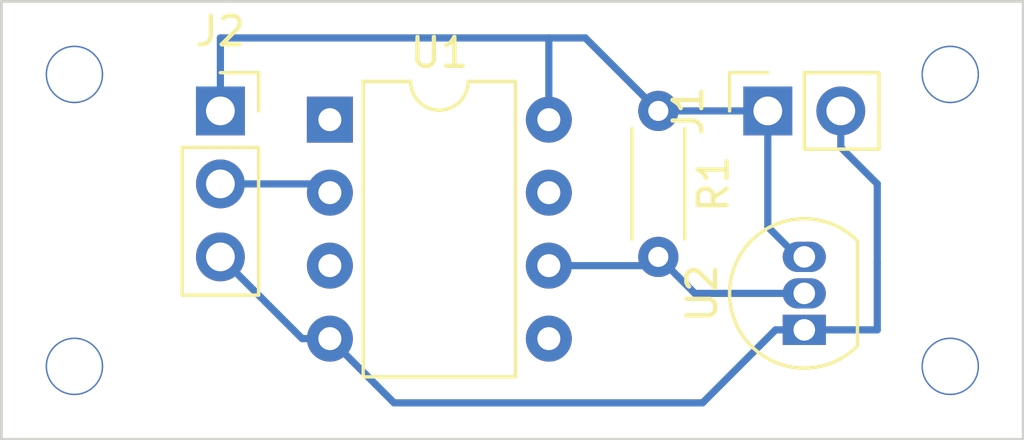
<source format=kicad_pcb>
(kicad_pcb (version 20171130) (host pcbnew 5.1.1-8be2ce7~80~ubuntu16.04.1)

  (general
    (thickness 1.6)
    (drawings 4)
    (tracks 30)
    (zones 0)
    (modules 5)
    (nets 9)
  )

  (page A4)
  (layers
    (0 F.Cu signal)
    (31 B.Cu signal)
    (32 B.Adhes user)
    (33 F.Adhes user)
    (34 B.Paste user)
    (35 F.Paste user)
    (36 B.SilkS user)
    (37 F.SilkS user)
    (38 B.Mask user)
    (39 F.Mask user)
    (40 Dwgs.User user)
    (41 Cmts.User user)
    (42 Eco1.User user)
    (43 Eco2.User user)
    (44 Edge.Cuts user)
    (45 Margin user)
    (46 B.CrtYd user)
    (47 F.CrtYd user)
    (48 B.Fab user)
    (49 F.Fab user)
  )

  (setup
    (last_trace_width 0.25)
    (trace_clearance 0.2)
    (zone_clearance 0.508)
    (zone_45_only no)
    (trace_min 0.2)
    (via_size 0.8)
    (via_drill 0.4)
    (via_min_size 0.4)
    (via_min_drill 0.3)
    (uvia_size 0.3)
    (uvia_drill 0.1)
    (uvias_allowed no)
    (uvia_min_size 0.2)
    (uvia_min_drill 0.1)
    (edge_width 0.05)
    (segment_width 0.2)
    (pcb_text_width 0.3)
    (pcb_text_size 1.5 1.5)
    (mod_edge_width 0.12)
    (mod_text_size 1 1)
    (mod_text_width 0.15)
    (pad_size 1.524 1.524)
    (pad_drill 0.762)
    (pad_to_mask_clearance 0.051)
    (solder_mask_min_width 0.25)
    (aux_axis_origin 0 0)
    (visible_elements FFFFFF7F)
    (pcbplotparams
      (layerselection 0x010fc_ffffffff)
      (usegerberextensions false)
      (usegerberattributes false)
      (usegerberadvancedattributes false)
      (creategerberjobfile false)
      (excludeedgelayer true)
      (linewidth 0.100000)
      (plotframeref false)
      (viasonmask false)
      (mode 1)
      (useauxorigin false)
      (hpglpennumber 1)
      (hpglpenspeed 20)
      (hpglpendiameter 15.000000)
      (psnegative false)
      (psa4output false)
      (plotreference true)
      (plotvalue true)
      (plotinvisibletext false)
      (padsonsilk false)
      (subtractmaskfromsilk false)
      (outputformat 1)
      (mirror false)
      (drillshape 1)
      (scaleselection 1)
      (outputdirectory ""))
  )

  (net 0 "")
  (net 1 "Net-(J1-Pad1)")
  (net 2 "Net-(J1-Pad2)")
  (net 3 "Net-(J2-Pad2)")
  (net 4 "Net-(R1-Pad2)")
  (net 5 "Net-(U1-Pad1)")
  (net 6 "Net-(U1-Pad5)")
  (net 7 "Net-(U1-Pad7)")
  (net 8 "Net-(U1-Pad3)")

  (net_class Default "Это класс цепей по умолчанию."
    (clearance 0.2)
    (trace_width 0.25)
    (via_dia 0.8)
    (via_drill 0.4)
    (uvia_dia 0.3)
    (uvia_drill 0.1)
    (add_net "Net-(J1-Pad1)")
    (add_net "Net-(J1-Pad2)")
    (add_net "Net-(J2-Pad2)")
    (add_net "Net-(R1-Pad2)")
    (add_net "Net-(U1-Pad1)")
    (add_net "Net-(U1-Pad3)")
    (add_net "Net-(U1-Pad5)")
    (add_net "Net-(U1-Pad7)")
  )

  (module Connector_PinSocket_2.54mm:PinSocket_1x02_P2.54mm_Vertical (layer F.Cu) (tedit 5A19A420) (tstamp 5CBDF21D)
    (at 171.45 120.65 90)
    (descr "Through hole straight socket strip, 1x02, 2.54mm pitch, single row (from Kicad 4.0.7), script generated")
    (tags "Through hole socket strip THT 1x02 2.54mm single row")
    (path /5CBE10E0)
    (fp_text reference J1 (at 0 -2.77 90) (layer F.SilkS)
      (effects (font (size 1 1) (thickness 0.15)))
    )
    (fp_text value Battery (at 0 5.31 90) (layer F.Fab)
      (effects (font (size 1 1) (thickness 0.15)))
    )
    (fp_line (start -1.27 -1.27) (end 0.635 -1.27) (layer F.Fab) (width 0.1))
    (fp_line (start 0.635 -1.27) (end 1.27 -0.635) (layer F.Fab) (width 0.1))
    (fp_line (start 1.27 -0.635) (end 1.27 3.81) (layer F.Fab) (width 0.1))
    (fp_line (start 1.27 3.81) (end -1.27 3.81) (layer F.Fab) (width 0.1))
    (fp_line (start -1.27 3.81) (end -1.27 -1.27) (layer F.Fab) (width 0.1))
    (fp_line (start -1.33 1.27) (end 1.33 1.27) (layer F.SilkS) (width 0.12))
    (fp_line (start -1.33 1.27) (end -1.33 3.87) (layer F.SilkS) (width 0.12))
    (fp_line (start -1.33 3.87) (end 1.33 3.87) (layer F.SilkS) (width 0.12))
    (fp_line (start 1.33 1.27) (end 1.33 3.87) (layer F.SilkS) (width 0.12))
    (fp_line (start 1.33 -1.33) (end 1.33 0) (layer F.SilkS) (width 0.12))
    (fp_line (start 0 -1.33) (end 1.33 -1.33) (layer F.SilkS) (width 0.12))
    (fp_line (start -1.8 -1.8) (end 1.75 -1.8) (layer F.CrtYd) (width 0.05))
    (fp_line (start 1.75 -1.8) (end 1.75 4.3) (layer F.CrtYd) (width 0.05))
    (fp_line (start 1.75 4.3) (end -1.8 4.3) (layer F.CrtYd) (width 0.05))
    (fp_line (start -1.8 4.3) (end -1.8 -1.8) (layer F.CrtYd) (width 0.05))
    (fp_text user %R (at 0 1.27) (layer F.Fab)
      (effects (font (size 1 1) (thickness 0.15)))
    )
    (pad 1 thru_hole rect (at 0 0 90) (size 1.7 1.7) (drill 1) (layers *.Cu *.Mask)
      (net 1 "Net-(J1-Pad1)"))
    (pad 2 thru_hole oval (at 0 2.54 90) (size 1.7 1.7) (drill 1) (layers *.Cu *.Mask)
      (net 2 "Net-(J1-Pad2)"))
    (model ${KISYS3DMOD}/Connector_PinSocket_2.54mm.3dshapes/PinSocket_1x02_P2.54mm_Vertical.wrl
      (at (xyz 0 0 0))
      (scale (xyz 1 1 1))
      (rotate (xyz 0 0 0))
    )
  )

  (module Connector_PinSocket_2.54mm:PinSocket_1x03_P2.54mm_Vertical (layer F.Cu) (tedit 5A19A429) (tstamp 5CBDF234)
    (at 152.4 120.65)
    (descr "Through hole straight socket strip, 1x03, 2.54mm pitch, single row (from Kicad 4.0.7), script generated")
    (tags "Through hole socket strip THT 1x03 2.54mm single row")
    (path /5CBE0657)
    (fp_text reference J2 (at 0 -2.77) (layer F.SilkS)
      (effects (font (size 1 1) (thickness 0.15)))
    )
    (fp_text value RX433_CONNECTOR (at 0 7.85) (layer F.Fab)
      (effects (font (size 1 1) (thickness 0.15)))
    )
    (fp_line (start -1.27 -1.27) (end 0.635 -1.27) (layer F.Fab) (width 0.1))
    (fp_line (start 0.635 -1.27) (end 1.27 -0.635) (layer F.Fab) (width 0.1))
    (fp_line (start 1.27 -0.635) (end 1.27 6.35) (layer F.Fab) (width 0.1))
    (fp_line (start 1.27 6.35) (end -1.27 6.35) (layer F.Fab) (width 0.1))
    (fp_line (start -1.27 6.35) (end -1.27 -1.27) (layer F.Fab) (width 0.1))
    (fp_line (start -1.33 1.27) (end 1.33 1.27) (layer F.SilkS) (width 0.12))
    (fp_line (start -1.33 1.27) (end -1.33 6.41) (layer F.SilkS) (width 0.12))
    (fp_line (start -1.33 6.41) (end 1.33 6.41) (layer F.SilkS) (width 0.12))
    (fp_line (start 1.33 1.27) (end 1.33 6.41) (layer F.SilkS) (width 0.12))
    (fp_line (start 1.33 -1.33) (end 1.33 0) (layer F.SilkS) (width 0.12))
    (fp_line (start 0 -1.33) (end 1.33 -1.33) (layer F.SilkS) (width 0.12))
    (fp_line (start -1.8 -1.8) (end 1.75 -1.8) (layer F.CrtYd) (width 0.05))
    (fp_line (start 1.75 -1.8) (end 1.75 6.85) (layer F.CrtYd) (width 0.05))
    (fp_line (start 1.75 6.85) (end -1.8 6.85) (layer F.CrtYd) (width 0.05))
    (fp_line (start -1.8 6.85) (end -1.8 -1.8) (layer F.CrtYd) (width 0.05))
    (fp_text user %R (at 0 2.54 90) (layer F.Fab)
      (effects (font (size 1 1) (thickness 0.15)))
    )
    (pad 1 thru_hole rect (at 0 0) (size 1.7 1.7) (drill 1) (layers *.Cu *.Mask)
      (net 1 "Net-(J1-Pad1)"))
    (pad 2 thru_hole oval (at 0 2.54) (size 1.7 1.7) (drill 1) (layers *.Cu *.Mask)
      (net 3 "Net-(J2-Pad2)"))
    (pad 3 thru_hole oval (at 0 5.08) (size 1.7 1.7) (drill 1) (layers *.Cu *.Mask)
      (net 2 "Net-(J1-Pad2)"))
    (model ${KISYS3DMOD}/Connector_PinSocket_2.54mm.3dshapes/PinSocket_1x03_P2.54mm_Vertical.wrl
      (at (xyz 0 0 0))
      (scale (xyz 1 1 1))
      (rotate (xyz 0 0 0))
    )
  )

  (module Resistor_THT:R_Axial_DIN0204_L3.6mm_D1.6mm_P5.08mm_Horizontal (layer F.Cu) (tedit 5AE5139B) (tstamp 5CBDFA19)
    (at 167.64 120.65 270)
    (descr "Resistor, Axial_DIN0204 series, Axial, Horizontal, pin pitch=5.08mm, 0.167W, length*diameter=3.6*1.6mm^2, http://cdn-reichelt.de/documents/datenblatt/B400/1_4W%23YAG.pdf")
    (tags "Resistor Axial_DIN0204 series Axial Horizontal pin pitch 5.08mm 0.167W length 3.6mm diameter 1.6mm")
    (path /5CBDA4FB)
    (fp_text reference R1 (at 2.54 -1.92 90) (layer F.SilkS)
      (effects (font (size 1 1) (thickness 0.15)))
    )
    (fp_text value 4k7 (at 2.54 1.92 90) (layer F.Fab)
      (effects (font (size 1 1) (thickness 0.15)))
    )
    (fp_line (start 0.74 -0.8) (end 0.74 0.8) (layer F.Fab) (width 0.1))
    (fp_line (start 0.74 0.8) (end 4.34 0.8) (layer F.Fab) (width 0.1))
    (fp_line (start 4.34 0.8) (end 4.34 -0.8) (layer F.Fab) (width 0.1))
    (fp_line (start 4.34 -0.8) (end 0.74 -0.8) (layer F.Fab) (width 0.1))
    (fp_line (start 0 0) (end 0.74 0) (layer F.Fab) (width 0.1))
    (fp_line (start 5.08 0) (end 4.34 0) (layer F.Fab) (width 0.1))
    (fp_line (start 0.62 -0.92) (end 4.46 -0.92) (layer F.SilkS) (width 0.12))
    (fp_line (start 0.62 0.92) (end 4.46 0.92) (layer F.SilkS) (width 0.12))
    (fp_line (start -0.95 -1.05) (end -0.95 1.05) (layer F.CrtYd) (width 0.05))
    (fp_line (start -0.95 1.05) (end 6.03 1.05) (layer F.CrtYd) (width 0.05))
    (fp_line (start 6.03 1.05) (end 6.03 -1.05) (layer F.CrtYd) (width 0.05))
    (fp_line (start 6.03 -1.05) (end -0.95 -1.05) (layer F.CrtYd) (width 0.05))
    (fp_text user %R (at 2.54 0 90) (layer F.Fab)
      (effects (font (size 0.72 0.72) (thickness 0.108)))
    )
    (pad 1 thru_hole circle (at 0 0 270) (size 1.4 1.4) (drill 0.7) (layers *.Cu *.Mask)
      (net 1 "Net-(J1-Pad1)"))
    (pad 2 thru_hole oval (at 5.08 0 270) (size 1.4 1.4) (drill 0.7) (layers *.Cu *.Mask)
      (net 4 "Net-(R1-Pad2)"))
    (model ${KISYS3DMOD}/Resistor_THT.3dshapes/R_Axial_DIN0204_L3.6mm_D1.6mm_P5.08mm_Horizontal.wrl
      (at (xyz 0 0 0))
      (scale (xyz 1 1 1))
      (rotate (xyz 0 0 0))
    )
  )

  (module Package_DIP:DIP-8_W7.62mm (layer F.Cu) (tedit 5A02E8C5) (tstamp 5CBDFAFB)
    (at 156.21 120.955001)
    (descr "8-lead though-hole mounted DIP package, row spacing 7.62 mm (300 mils)")
    (tags "THT DIP DIL PDIP 2.54mm 7.62mm 300mil")
    (path /5CBD8317)
    (fp_text reference U1 (at 3.81 -2.33) (layer F.SilkS)
      (effects (font (size 1 1) (thickness 0.15)))
    )
    (fp_text value ATtiny13A-PU (at 3.81 9.95) (layer F.Fab)
      (effects (font (size 1 1) (thickness 0.15)))
    )
    (fp_arc (start 3.81 -1.33) (end 2.81 -1.33) (angle -180) (layer F.SilkS) (width 0.12))
    (fp_line (start 1.635 -1.27) (end 6.985 -1.27) (layer F.Fab) (width 0.1))
    (fp_line (start 6.985 -1.27) (end 6.985 8.89) (layer F.Fab) (width 0.1))
    (fp_line (start 6.985 8.89) (end 0.635 8.89) (layer F.Fab) (width 0.1))
    (fp_line (start 0.635 8.89) (end 0.635 -0.27) (layer F.Fab) (width 0.1))
    (fp_line (start 0.635 -0.27) (end 1.635 -1.27) (layer F.Fab) (width 0.1))
    (fp_line (start 2.81 -1.33) (end 1.16 -1.33) (layer F.SilkS) (width 0.12))
    (fp_line (start 1.16 -1.33) (end 1.16 8.95) (layer F.SilkS) (width 0.12))
    (fp_line (start 1.16 8.95) (end 6.46 8.95) (layer F.SilkS) (width 0.12))
    (fp_line (start 6.46 8.95) (end 6.46 -1.33) (layer F.SilkS) (width 0.12))
    (fp_line (start 6.46 -1.33) (end 4.81 -1.33) (layer F.SilkS) (width 0.12))
    (fp_line (start -1.1 -1.55) (end -1.1 9.15) (layer F.CrtYd) (width 0.05))
    (fp_line (start -1.1 9.15) (end 8.7 9.15) (layer F.CrtYd) (width 0.05))
    (fp_line (start 8.7 9.15) (end 8.7 -1.55) (layer F.CrtYd) (width 0.05))
    (fp_line (start 8.7 -1.55) (end -1.1 -1.55) (layer F.CrtYd) (width 0.05))
    (fp_text user %R (at 3.81 3.81) (layer F.Fab)
      (effects (font (size 1 1) (thickness 0.15)))
    )
    (pad 1 thru_hole rect (at 0 0) (size 1.6 1.6) (drill 0.8) (layers *.Cu *.Mask)
      (net 5 "Net-(U1-Pad1)"))
    (pad 5 thru_hole oval (at 7.62 7.62) (size 1.6 1.6) (drill 0.8) (layers *.Cu *.Mask)
      (net 6 "Net-(U1-Pad5)"))
    (pad 2 thru_hole oval (at 0 2.54) (size 1.6 1.6) (drill 0.8) (layers *.Cu *.Mask)
      (net 3 "Net-(J2-Pad2)"))
    (pad 6 thru_hole oval (at 7.62 5.08) (size 1.6 1.6) (drill 0.8) (layers *.Cu *.Mask)
      (net 4 "Net-(R1-Pad2)"))
    (pad 3 thru_hole oval (at 0 5.08) (size 1.6 1.6) (drill 0.8) (layers *.Cu *.Mask)
      (net 8 "Net-(U1-Pad3)"))
    (pad 7 thru_hole oval (at 7.62 2.54) (size 1.6 1.6) (drill 0.8) (layers *.Cu *.Mask)
      (net 7 "Net-(U1-Pad7)"))
    (pad 4 thru_hole oval (at 0 7.62) (size 1.6 1.6) (drill 0.8) (layers *.Cu *.Mask)
      (net 2 "Net-(J1-Pad2)"))
    (pad 8 thru_hole oval (at 7.62 0) (size 1.6 1.6) (drill 0.8) (layers *.Cu *.Mask)
      (net 1 "Net-(J1-Pad1)"))
    (model ${KISYS3DMOD}/Package_DIP.3dshapes/DIP-8_W7.62mm.wrl
      (at (xyz 0 0 0))
      (scale (xyz 1 1 1))
      (rotate (xyz 0 0 0))
    )
  )

  (module Package_TO_SOT_THT:TO-92_Inline (layer F.Cu) (tedit 5A1DD157) (tstamp 5CBDF275)
    (at 172.72 128.27 90)
    (descr "TO-92 leads in-line, narrow, oval pads, drill 0.75mm (see NXP sot054_po.pdf)")
    (tags "to-92 sc-43 sc-43a sot54 PA33 transistor")
    (path /5CBD9AFA)
    (fp_text reference U2 (at 1.27 -3.56 90) (layer F.SilkS)
      (effects (font (size 1 1) (thickness 0.15)))
    )
    (fp_text value DS18B20 (at 1.27 2.79 90) (layer F.Fab)
      (effects (font (size 1 1) (thickness 0.15)))
    )
    (fp_text user %R (at 1.27 -3.56 90) (layer F.Fab)
      (effects (font (size 1 1) (thickness 0.15)))
    )
    (fp_line (start -0.53 1.85) (end 3.07 1.85) (layer F.SilkS) (width 0.12))
    (fp_line (start -0.5 1.75) (end 3 1.75) (layer F.Fab) (width 0.1))
    (fp_line (start -1.46 -2.73) (end 4 -2.73) (layer F.CrtYd) (width 0.05))
    (fp_line (start -1.46 -2.73) (end -1.46 2.01) (layer F.CrtYd) (width 0.05))
    (fp_line (start 4 2.01) (end 4 -2.73) (layer F.CrtYd) (width 0.05))
    (fp_line (start 4 2.01) (end -1.46 2.01) (layer F.CrtYd) (width 0.05))
    (fp_arc (start 1.27 0) (end 1.27 -2.48) (angle 135) (layer F.Fab) (width 0.1))
    (fp_arc (start 1.27 0) (end 1.27 -2.6) (angle -135) (layer F.SilkS) (width 0.12))
    (fp_arc (start 1.27 0) (end 1.27 -2.48) (angle -135) (layer F.Fab) (width 0.1))
    (fp_arc (start 1.27 0) (end 1.27 -2.6) (angle 135) (layer F.SilkS) (width 0.12))
    (pad 2 thru_hole oval (at 1.27 0 90) (size 1.05 1.5) (drill 0.75) (layers *.Cu *.Mask)
      (net 4 "Net-(R1-Pad2)"))
    (pad 3 thru_hole oval (at 2.54 0 90) (size 1.05 1.5) (drill 0.75) (layers *.Cu *.Mask)
      (net 1 "Net-(J1-Pad1)"))
    (pad 1 thru_hole rect (at 0 0 90) (size 1.05 1.5) (drill 0.75) (layers *.Cu *.Mask)
      (net 2 "Net-(J1-Pad2)"))
    (model ${KISYS3DMOD}/Package_TO_SOT_THT.3dshapes/TO-92_Inline.wrl
      (at (xyz 0 0 0))
      (scale (xyz 1 1 1))
      (rotate (xyz 0 0 0))
    )
  )

  (gr_line (start 180.34 116.84) (end 144.78 116.84) (layer Edge.Cuts) (width 0.1))
  (gr_line (start 180.34 132.08) (end 180.34 116.84) (layer Edge.Cuts) (width 0.1))
  (gr_line (start 144.78 132.08) (end 180.34 132.08) (layer Edge.Cuts) (width 0.1))
  (gr_line (start 144.78 116.84) (end 144.78 132.08) (layer Edge.Cuts) (width 0.1))

  (via (at 147.32 119.38) (size 2) (drill 1.9) (layers F.Cu B.Cu) (net 0))
  (via (at 147.32 129.54) (size 2) (drill 1.9) (layers F.Cu B.Cu) (net 0) (tstamp 5CBDFB3C))
  (via (at 177.8 129.54) (size 2) (drill 1.9) (layers F.Cu B.Cu) (net 0) (tstamp 5CBDFB3E))
  (via (at 177.8 119.38) (size 2) (drill 1.9) (layers F.Cu B.Cu) (net 0) (tstamp 5CBDFB40))
  (segment (start 152.4 120.65) (end 152.4 118.11) (width 0.25) (layer B.Cu) (net 1))
  (segment (start 152.4 118.11) (end 163.83 118.11) (width 0.25) (layer B.Cu) (net 1))
  (segment (start 163.83 118.11) (end 163.83 120.955001) (width 0.25) (layer B.Cu) (net 1))
  (segment (start 165.1 118.11) (end 167.64 120.65) (width 0.25) (layer B.Cu) (net 1))
  (segment (start 163.83 118.11) (end 165.1 118.11) (width 0.25) (layer B.Cu) (net 1))
  (segment (start 167.64 120.65) (end 171.45 120.65) (width 0.25) (layer B.Cu) (net 1))
  (segment (start 172.495 125.73) (end 172.72 125.73) (width 0.25) (layer B.Cu) (net 1))
  (segment (start 171.45 124.685) (end 172.495 125.73) (width 0.25) (layer B.Cu) (net 1))
  (segment (start 171.45 120.65) (end 171.45 124.685) (width 0.25) (layer B.Cu) (net 1))
  (segment (start 155.245001 128.575001) (end 156.21 128.575001) (width 0.25) (layer B.Cu) (net 2))
  (segment (start 152.4 125.73) (end 155.245001 128.575001) (width 0.25) (layer B.Cu) (net 2))
  (segment (start 173.99 120.65) (end 173.99 121.92) (width 0.25) (layer B.Cu) (net 2))
  (segment (start 173.99 121.92) (end 175.26 123.19) (width 0.25) (layer B.Cu) (net 2))
  (segment (start 175.26 123.19) (end 175.26 125.955) (width 0.25) (layer B.Cu) (net 2))
  (segment (start 175.26 125.955) (end 175.26 128.27) (width 0.25) (layer B.Cu) (net 2))
  (segment (start 172.72 128.27) (end 175.26 128.27) (width 0.25) (layer B.Cu) (net 2))
  (segment (start 171.72 128.27) (end 169.18 130.81) (width 0.25) (layer B.Cu) (net 2))
  (segment (start 172.72 128.27) (end 171.72 128.27) (width 0.25) (layer B.Cu) (net 2))
  (segment (start 158.444999 130.81) (end 156.21 128.575001) (width 0.25) (layer B.Cu) (net 2))
  (segment (start 169.18 130.81) (end 158.444999 130.81) (width 0.25) (layer B.Cu) (net 2))
  (segment (start 155.904999 123.19) (end 156.21 123.495001) (width 0.25) (layer B.Cu) (net 3))
  (segment (start 152.4 123.19) (end 155.904999 123.19) (width 0.25) (layer B.Cu) (net 3))
  (segment (start 167.334999 126.035001) (end 167.64 125.73) (width 0.25) (layer B.Cu) (net 4))
  (segment (start 163.83 126.035001) (end 167.334999 126.035001) (width 0.25) (layer B.Cu) (net 4))
  (segment (start 168.91 127) (end 167.64 125.73) (width 0.25) (layer B.Cu) (net 4))
  (segment (start 172.72 127) (end 168.91 127) (width 0.25) (layer B.Cu) (net 4))

)

</source>
